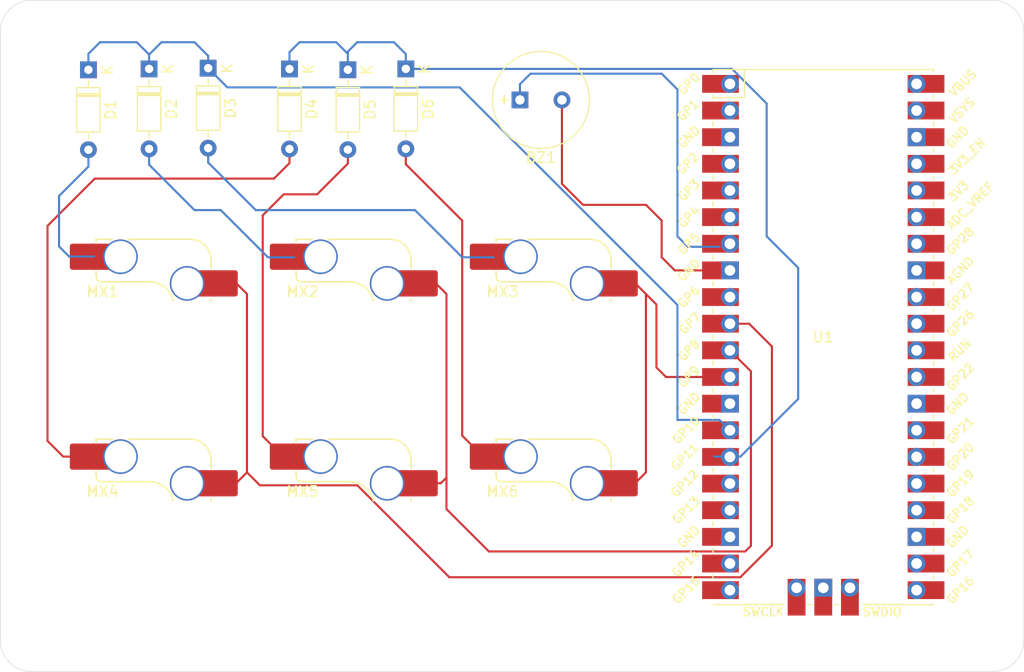
<source format=kicad_pcb>
(kicad_pcb (version 20240108) (generator "pcbnew") (generator_version "8.0")
  (layers (0 "F.Cu" signal) (31 "B.Cu" signal) (34 "B.Paste" user) (35 "F.Paste" user) (36 "B.SilkS" user "B.Silkscreen") (37 "F.SilkS" user "F.Silkscreen") (38 "B.Mask" user) (39 "F.Mask" user) (44 "Edge.Cuts" user))
  (net 0 "")
  (net 1 "AUDIO +")
  (net 2 "AUDIO GND")
  (net 3 "Net-(D1-A)")
  (net 4 "ROW0")
  (net 5 "Net-(D2-A)")
  (net 6 "Net-(D3-A)")
  (net 7 "Net-(D4-A)")
  (net 8 "Net-(D5-A)")
  (net 9 "Net-(D6-A)")
  (net 10 "COLUMN0")
  (net 11 "COLUMN1")
  (net 12 "COLUMN2")
  (net 13 "ROW1")
  (footprint "PCM_RPi_Pico-Official-1:RPi_Pico_SMD_TH" (layer "F.Cu") (at 171.39 93.6)
    (property "Reference" "U1" (at 0 0 0) (layer "F.SilkS"))
    (property "Value" "Pico")
    (fp_line (start -10.5 -25.5) (end -10.5 -25.2) (stroke (width 0.12)) (layer "F.SilkS"))
    (fp_line (start -10.5 -25.5) (end 10.5 -25.5) (stroke (width 0.12)) (layer "F.SilkS"))
    (fp_line (start -10.5 -23.1) (end -10.5 -22.7) (stroke (width 0.12)) (layer "F.SilkS"))
    (fp_line (start -10.5 -22.833) (end -7.493 -22.833) (stroke (width 0.12)) (layer "F.SilkS"))
    (fp_line (start -10.5 -20.5) (end -10.5 -20.1) (stroke (width 0.12)) (layer "F.SilkS"))
    (fp_line (start -10.5 -18) (end -10.5 -17.6) (stroke (width 0.12)) (layer "F.SilkS"))
    (fp_line (start -10.5 -15.4) (end -10.5 -15) (stroke (width 0.12)) (layer "F.SilkS"))
    (fp_line (start -10.5 -12.9) (end -10.5 -12.5) (stroke (width 0.12)) (layer "F.SilkS"))
    (fp_line (start -10.5 -10.4) (end -10.5 -10) (stroke (width 0.12)) (layer "F.SilkS"))
    (fp_line (start -10.5 -7.8) (end -10.5 -7.4) (stroke (width 0.12)) (layer "F.SilkS"))
    (fp_line (start -10.5 -5.3) (end -10.5 -4.9) (stroke (width 0.12)) (layer "F.SilkS"))
    (fp_line (start -10.5 -2.7) (end -10.5 -2.3) (stroke (width 0.12)) (layer "F.SilkS"))
    (fp_line (start -10.5 -0.2) (end -10.5 0.2) (stroke (width 0.12)) (layer "F.SilkS"))
    (fp_line (start -10.5 2.3) (end -10.5 2.7) (stroke (width 0.12)) (layer "F.SilkS"))
    (fp_line (start -10.5 4.9) (end -10.5 5.3) (stroke (width 0.12)) (layer "F.SilkS"))
    (fp_line (start -10.5 7.4) (end -10.5 7.8) (stroke (width 0.12)) (layer "F.SilkS"))
    (fp_line (start -10.5 10) (end -10.5 10.4) (stroke (width 0.12)) (layer "F.SilkS"))
    (fp_line (start -10.5 12.5) (end -10.5 12.9) (stroke (width 0.12)) (layer "F.SilkS"))
    (fp_line (start -10.5 15.1) (end -10.5 15.5) (stroke (width 0.12)) (layer "F.SilkS"))
    (fp_line (start -10.5 17.6) (end -10.5 18) (stroke (width 0.12)) (layer "F.SilkS"))
    (fp_line (start -10.5 20.1) (end -10.5 20.5) (stroke (width 0.12)) (layer "F.SilkS"))
    (fp_line (start -10.5 22.7) (end -10.5 23.1) (stroke (width 0.12)) (layer "F.SilkS"))
    (fp_line (start -7.493 -22.833) (end -7.493 -25.5) (stroke (width 0.12)) (layer "F.SilkS"))
    (fp_line (start -3.7 25.5) (end -10.5 25.5) (stroke (width 0.12)) (layer "F.SilkS"))
    (fp_line (start -1.5 25.5) (end -1.1 25.5) (stroke (width 0.12)) (layer "F.SilkS"))
    (fp_line (start 1.1 25.5) (end 1.5 25.5) (stroke (width 0.12)) (layer "F.SilkS"))
    (fp_line (start 10.5 -25.5) (end 10.5 -25.2) (stroke (width 0.12)) (layer "F.SilkS"))
    (fp_line (start 10.5 -23.1) (end 10.5 -22.7) (stroke (width 0.12)) (layer "F.SilkS"))
    (fp_line (start 10.5 -20.5) (end 10.5 -20.1) (stroke (width 0.12)) (layer "F.SilkS"))
    (fp_line (start 10.5 -18) (end 10.5 -17.6) (stroke (width 0.12)) (layer "F.SilkS"))
    (fp_line (start 10.5 -15.4) (end 10.5 -15) (stroke (width 0.12)) (layer "F.SilkS"))
    (fp_line (start 10.5 -12.9) (end 10.5 -12.5) (stroke (width 0.12)) (layer "F.SilkS"))
    (fp_line (start 10.5 -10.4) (end 10.5 -10) (stroke (width 0.12)) (layer "F.SilkS"))
    (fp_line (start 10.5 -7.8) (end 10.5 -7.4) (stroke (width 0.12)) (layer "F.SilkS"))
    (fp_line (start 10.5 -5.3) (end 10.5 -4.9) (stroke (width 0.12)) (layer "F.SilkS"))
    (fp_line (start 10.5 -2.7) (end 10.5 -2.3) (stroke (width 0.12)) (layer "F.SilkS"))
    (fp_line (start 10.5 -0.2) (end 10.5 0.2) (stroke (width 0.12)) (layer "F.SilkS"))
    (fp_line (start 10.5 2.3) (end 10.5 2.7) (stroke (width 0.12)) (layer "F.SilkS"))
    (fp_line (start 10.5 4.9) (end 10.5 5.3) (stroke (width 0.12)) (layer "F.SilkS"))
    (fp_line (start 10.5 7.4) (end 10.5 7.8) (stroke (width 0.12)) (layer "F.SilkS"))
    (fp_line (start 10.5 10) (end 10.5 10.4) (stroke (width 0.12)) (layer "F.SilkS"))
    (fp_line (start 10.5 12.5) (end 10.5 12.9) (stroke (width 0.12)) (layer "F.SilkS"))
    (fp_line (start 10.5 15.1) (end 10.5 15.5) (stroke (width 0.12)) (layer "F.SilkS"))
    (fp_line (start 10.5 17.6) (end 10.5 18) (stroke (width 0.12)) (layer "F.SilkS"))
    (fp_line (start 10.5 20.1) (end 10.5 20.5) (stroke (width 0.12)) (layer "F.SilkS"))
    (fp_line (start 10.5 22.7) (end 10.5 23.1) (stroke (width 0.12)) (layer "F.SilkS"))
    (fp_line (start 10.5 25.5) (end 3.7 25.5) (stroke (width 0.12)) (layer "F.SilkS"))
    (fp_text user "GP12" (at -13.2 13.97 45) (layer "F.SilkS") (effects (font (size 0.8 0.8))))
    (fp_text user "GP14" (at -13.1 21.59 45) (layer "F.SilkS") (effects (font (size 0.8 0.8))))
    (fp_text user "GP27" (at 13.054 -3.8 45) (layer "F.SilkS") (effects (font (size 0.8 0.8))))
    (fp_text user "GP7" (at -12.7 -1.3 45) (layer "F.SilkS") (effects (font (size 0.8 0.8))))
    (fp_text user "GP19" (at 13.054 13.97 45) (layer "F.SilkS") (effects (font (size 0.8 0.8))))
    (fp_text user "ADC_VREF" (at 14 -12.5 45) (layer "F.SilkS") (effects (font (size 0.8 0.8))))
    (fp_text user "3V3" (at 12.9 -13.9 45) (layer "F.SilkS") (effects (font (size 0.8 0.8))))
    (fp_text user "GP5" (at -12.8 -8.89 45) (layer "F.SilkS") (effects (font (size 0.8 0.8))))
    (fp_text user "GP9" (at -12.8 3.81 45) (layer "F.SilkS") (effects (font (size 0.8 0.8))))
    (fp_text user "VSYS" (at 13.2 -21.59 45) (layer "F.SilkS") (effects (font (size 0.8 0.8))))
    (fp_text user "GP13" (at -13.054 16.51 45) (layer "F.SilkS") (effects (font (size 0.8 0.8))))
    (fp_text user "GP8" (at -12.8 1.27 45) (layer "F.SilkS") (effects (font (size 0.8 0.8))))
    (fp_text user "GP3" (at -12.8 -13.97 45) (layer "F.SilkS") (effects (font (size 0.8 0.8))))
    (fp_text user "GP20" (at 13.054 11.43 45) (layer "F.SilkS") (effects (font (size 0.8 0.8))))
    (fp_text user "SWCLK" (at -5.7 26.2 0) (layer "F.SilkS") (effects (font (size 0.8 0.8))))
    (fp_text user "GND" (at 12.8 19.05 45) (layer "F.SilkS") (effects (font (size 0.8 0.8))))
    (fp_text user "GP28" (at 13.054 -9.144 45) (layer "F.SilkS") (effects (font (size 0.8 0.8))))
    (fp_text user "AGND" (at 13.054 -6.35 45) (layer "F.SilkS") (effects (font (size 0.8 0.8))))
    (fp_text user "GND" (at -12.8 -19.05 45) (layer "F.SilkS") (effects (font (size 0.8 0.8))))
    (fp_text user "GP16" (at 13.054 24.13 45) (layer "F.SilkS") (effects (font (size 0.8 0.8))))
    (fp_text user "GND" (at -12.8 -6.35 45) (layer "F.SilkS") (effects (font (size 0.8 0.8))))
    (fp_text user "GP26" (at 13.054 -1.27 45) (layer "F.SilkS") (effects (font (size 0.8 0.8))))
    (fp_text user "GP22" (at 13.054 3.81 45) (layer "F.SilkS") (effects (font (size 0.8 0.8))))
    (fp_text user "GP17" (at 13.054 21.59 45) (layer "F.SilkS") (effects (font (size 0.8 0.8))))
    (fp_text user "GND" (at -12.8 19.05 45) (layer "F.SilkS") (effects (font (size 0.8 0.8))))
    (fp_text user "SWDIO" (at 5.6 26.2 0) (layer "F.SilkS") (effects (font (size 0.8 0.8))))
    (fp_text user "GND" (at 12.8 6.35 45) (layer "F.SilkS") (effects (font (size 0.8 0.8))))
    (fp_text user "GP10" (at -13.054 8.89 45) (layer "F.SilkS") (effects (font (size 0.8 0.8))))
    (fp_text user "GND" (at -12.8 6.35 45) (layer "F.SilkS") (effects (font (size 0.8 0.8))))
    (fp_text user "GP1" (at -12.9 -21.6 45) (layer "F.SilkS") (effects (font (size 0.8 0.8))))
    (fp_text user "GND" (at 12.8 -19.05 45) (layer "F.SilkS") (effects (font (size 0.8 0.8))))
    (fp_text user "GP0" (at -12.8 -24.13 45) (layer "F.SilkS") (effects (font (size 0.8 0.8))))
    (fp_text user "GP15" (at -13.054 24.13 45) (layer "F.SilkS") (effects (font (size 0.8 0.8))))
    (fp_text user "GP4" (at -12.8 -11.43 45) (layer "F.SilkS") (effects (font (size 0.8 0.8))))
    (fp_text user "RUN" (at 13 1.27 45) (layer "F.SilkS") (effects (font (size 0.8 0.8))))
    (fp_text user "GP11" (at -13.2 11.43 45) (layer "F.SilkS") (effects (font (size 0.8 0.8))))
    (fp_text user "GP2" (at -12.9 -16.51 45) (layer "F.SilkS") (effects (font (size 0.8 0.8))))
    (fp_text user "GP18" (at 13.054 16.51 45) (layer "F.SilkS") (effects (font (size 0.8 0.8))))
    (fp_text user "GP6" (at -12.8 -3.81 45) (layer "F.SilkS") (effects (font (size 0.8 0.8))))
    (fp_text user "GP21" (at 13.054 8.9 45) (layer "F.SilkS") (effects (font (size 0.8 0.8))))
    (fp_text user "VBUS" (at 13.3 -24.2 45) (layer "F.SilkS") (effects (font (size 0.8 0.8))))
    (fp_text user "3V3_EN" (at 13.7 -17.2 45) (layer "F.SilkS") (effects (font (size 0.8 0.8))))
    (pad "" np_thru_hole oval (at -2.725 -24) (size 1.8 1.8) (drill 1.8) (layers "*.Cu" "*.Mask"))
    (pad "" np_thru_hole oval (at -2.425 -20.97) (size 1.5 1.5) (drill 1.5) (layers "*.Cu" "*.Mask"))
    (pad "" np_thru_hole oval (at 2.425 -20.97) (size 1.5 1.5) (drill 1.5) (layers "*.Cu" "*.Mask"))
    (pad "" np_thru_hole oval (at 2.725 -24) (size 1.8 1.8) (drill 1.8) (layers "*.Cu" "*.Mask"))
    (pad "1" thru_hole oval (at -8.89 -24.13) (size 1.7 1.7) (drill 1.02) (layers "*.Cu" "*.Mask"))
    (pad "1" smd rect (at -8.89 -24.13) (size 3.5 1.7) (drill (offset -0.9 0)) (layers "F.Cu" "F.Mask"))
    (pad "2" thru_hole oval (at -8.89 -21.59) (size 1.7 1.7) (drill 1.02) (layers "*.Cu" "*.Mask"))
    (pad "2" smd rect (at -8.89 -21.59) (size 3.5 1.7) (drill (offset -0.9 0)) (layers "F.Cu" "F.Mask"))
    (pad "3" thru_hole rect (at -8.89 -19.05) (size 1.7 1.7) (drill 1.02) (layers "*.Cu" "*.Mask"))
    (pad "3" smd rect (at -8.89 -19.05) (size 3.5 1.7) (drill (offset -0.9 0)) (layers "F.Cu" "F.Mask"))
    (pad "4" thru_hole oval (at -8.89 -16.51) (size 1.7 1.7) (drill 1.02) (layers "*.Cu" "*.Mask"))
    (pad "4" smd rect (at -8.89 -16.51) (size 3.5 1.7) (drill (offset -0.9 0)) (layers "F.Cu" "F.Mask"))
    (pad "5" thru_hole oval (at -8.89 -13.97) (size 1.7 1.7) (drill 1.02) (layers "*.Cu" "*.Mask"))
    (pad "5" smd rect (at -8.89 -13.97) (size 3.5 1.7) (drill (offset -0.9 0)) (layers "F.Cu" "F.Mask"))
    (pad "6" thru_hole oval (at -8.89 -11.43) (size 1.7 1.7) (drill 1.02) (layers "*.Cu" "*.Mask"))
    (pad "6" smd rect (at -8.89 -11.43) (size 3.5 1.7) (drill (offset -0.9 0)) (layers "F.Cu" "F.Mask"))
    (pad "7" thru_hole oval (at -8.89 -8.89) (size 1.7 1.7) (drill 1.02) (layers "*.Cu" "*.Mask") (net 1 "AUDIO +"))
    (pad "7" smd rect (at -8.89 -8.89) (size 3.5 1.7) (drill (offset -0.9 0)) (layers "F.Cu" "F.Mask") (net 1 "AUDIO +"))
    (pad "8" thru_hole rect (at -8.89 -6.35) (size 1.7 1.7) (drill 1.02) (layers "*.Cu" "*.Mask") (net 2 "AUDIO GND"))
    (pad "8" smd rect (at -8.89 -6.35) (size 3.5 1.7) (drill (offset -0.9 0)) (layers "F.Cu" "F.Mask") (net 2 "AUDIO GND"))
    (pad "9" thru_hole oval (at -8.89 -3.81) (size 1.7 1.7) (drill 1.02) (layers "*.Cu" "*.Mask"))
    (pad "9" smd rect (at -8.89 -3.81) (size 3.5 1.7) (drill (offset -0.9 0)) (layers "F.Cu" "F.Mask"))
    (pad "10" thru_hole oval (at -8.89 -1.27) (size 1.7 1.7) (drill 1.02) (layers "*.Cu" "*.Mask") (net 10 "COLUMN0"))
    (pad "10" smd rect (at -8.89 -1.27) (size 3.5 1.7) (drill (offset -0.9 0)) (layers "F.Cu" "F.Mask") (net 10 "COLUMN0"))
    (pad "11" thru_hole oval (at -8.89 1.27) (size 1.7 1.7) (drill 1.02) (layers "*.Cu" "*.Mask") (net 11 "COLUMN1"))
    (pad "11" smd rect (at -8.89 1.27) (size 3.5 1.7) (drill (offset -0.9 0)) (layers "F.Cu" "F.Mask") (net 11 "COLUMN1"))
    (pad "12" thru_hole oval (at -8.89 3.81) (size 1.7 1.7) (drill 1.02) (layers "*.Cu" "*.Mask") (net 12 "COLUMN2"))
    (pad "12" smd rect (at -8.89 3.81) (size 3.5 1.7) (drill (offset -0.9 0)) (layers "F.Cu" "F.Mask") (net 12 "COLUMN2"))
    (pad "13" thru_hole rect (at -8.89 6.35) (size 1.7 1.7) (drill 1.02) (layers "*.Cu" "*.Mask"))
    (pad "13" smd rect (at -8.89 6.35) (size 3.5 1.7) (drill (offset -0.9 0)) (layers "F.Cu" "F.Mask"))
    (pad "14" thru_hole oval (at -8.89 8.89) (size 1.7 1.7) (drill 1.02) (layers "*.Cu" "*.Mask") (net 4 "ROW0"))
    (pad "14" smd rect (at -8.89 8.89) (size 3.5 1.7) (drill (offset -0.9 0)) (layers "F.Cu" "F.Mask") (net 4 "ROW0"))
    (pad "15" thru_hole oval (at -8.89 11.43) (size 1.7 1.7) (drill 1.02) (layers "*.Cu" "*.Mask") (net 13 "ROW1"))
    (pad "15" smd rect (at -8.89 11.43) (size 3.5 1.7) (drill (offset -0.9 0)) (layers "F.Cu" "F.Mask") (net 13 "ROW1"))
    (pad "16" thru_hole oval (at -8.89 13.97) (size 1.7 1.7) (drill 1.02) (layers "*.Cu" "*.Mask"))
    (pad "16" smd rect (at -8.89 13.97) (size 3.5 1.7) (drill (offset -0.9 0)) (layers "F.Cu" "F.Mask"))
    (pad "17" thru_hole oval (at -8.89 16.51) (size 1.7 1.7) (drill 1.02) (layers "*.Cu" "*.Mask"))
    (pad "17" smd rect (at -8.89 16.51) (size 3.5 1.7) (drill (offset -0.9 0)) (layers "F.Cu" "F.Mask"))
    (pad "18" thru_hole rect (at -8.89 19.05) (size 1.7 1.7) (drill 1.02) (layers "*.Cu" "*.Mask"))
    (pad "18" smd rect (at -8.89 19.05) (size 3.5 1.7) (drill (offset -0.9 0)) (layers "F.Cu" "F.Mask"))
    (pad "19" thru_hole oval (at -8.89 21.59) (size 1.7 1.7) (drill 1.02) (layers "*.Cu" "*.Mask"))
    (pad "19" smd rect (at -8.89 21.59) (size 3.5 1.7) (drill (offset -0.9 0)) (layers "F.Cu" "F.Mask"))
    (pad "20" thru_hole oval (at -8.89 24.13) (size 1.7 1.7) (drill 1.02) (layers "*.Cu" "*.Mask"))
    (pad "20" smd rect (at -8.89 24.13) (size 3.5 1.7) (drill (offset -0.9 0)) (layers "F.Cu" "F.Mask"))
    (pad "21" thru_hole oval (at 8.89 24.13) (size 1.7 1.7) (drill 1.02) (layers "*.Cu" "*.Mask"))
    (pad "21" smd rect (at 8.89 24.13) (size 3.5 1.7) (drill (offset 0.9 0)) (layers "F.Cu" "F.Mask"))
    (pad "22" thru_hole oval (at 8.89 21.59) (size 1.7 1.7) (drill 1.02) (layers "*.Cu" "*.Mask"))
    (pad "22" smd rect (at 8.89 21.59) (size 3.5 1.7) (drill (offset 0.9 0)) (layers "F.Cu" "F.Mask"))
    (pad "23" thru_hole rect (at 8.89 19.05) (size 1.7 1.7) (drill 1.02) (layers "*.Cu" "*.Mask"))
    (pad "23" smd rect (at 8.89 19.05) (size 3.5 1.7) (drill (offset 0.9 0)) (layers "F.Cu" "F.Mask"))
    (pad "24" thru_hole oval (at 8.89 16.51) (size 1.7 1.7) (drill 1.02) (layers "*.Cu" "*.Mask"))
    (pad "24" smd rect (at 8.89 16.51) (size 3.5 1.7) (drill (offset 0.9 0)) (layers "F.Cu" "F.Mask"))
    (pad "25" thru_hole oval (at 8.89 13.97) (size 1.7 1.7) (drill 1.02) (layers "*.Cu" "*.Mask"))
    (pad "25" smd rect (at 8.89 13.97) (size 3.5 1.7) (drill (offset 0.9 0)) (layers "F.Cu" "F.Mask"))
    (pad "26" thru_hole oval (at 8.89 11.43) (size 1.7 1.7) (drill 1.02) (layers "*.Cu" "*.Mask"))
    (pad "26" smd rect (at 8.89 11.43) (size 3.5 1.7) (drill (offset 0.9 0)) (layers "F.Cu" "F.Mask"))
    (pad "27" thru_hole oval (at 8.89 8.89) (size 1.7 1.7) (drill 1.02) (layers "*.Cu" "*.Mask"))
    (pad "27" smd rect (at 8.89 8.89) (size 3.5 1.7) (drill (offset 0.9 0)) (layers "F.Cu" "F.Mask"))
    (pad "28" thru_hole rect (at 8.89 6.35) (size 1.7 1.7) (drill 1.02) (layers "*.Cu" "*.Mask"))
    (pad "28" smd rect (at 8.89 6.35) (size 3.5 1.7) (drill (offset 0.9 0)) (layers "F.Cu" "F.Mask"))
    (pad "29" thru_hole oval (at 8.89 3.81) (size 1.7 1.7) (drill 1.02) (layers "*.Cu" "*.Mask"))
    (pad "29" smd rect (at 8.89 3.81) (size 3.5 1.7) (drill (offset 0.9 0)) (layers "F.Cu" "F.Mask"))
    (pad "30" thru_hole oval (at 8.89 1.27) (size 1.7 1.7) (drill 1.02) (layers "*.Cu" "*.Mask"))
    (pad "30" smd rect (at 8.89 1.27) (size 3.5 1.7) (drill (offset 0.9 0)) (layers "F.Cu" "F.Mask"))
    (pad "31" thru_hole oval (at 8.89 -1.27) (size 1.7 1.7) (drill 1.02) (layers "*.Cu" "*.Mask"))
    (pad "31" smd rect (at 8.89 -1.27) (size 3.5 1.7) (drill (offset 0.9 0)) (layers "F.Cu" "F.Mask"))
    (pad "32" thru_hole oval (at 8.89 -3.81) (size 1.7 1.7) (drill 1.02) (layers "*.Cu" "*.Mask"))
    (pad "32" smd rect (at 8.89 -3.81) (size 3.5 1.7) (drill (offset 0.9 0)) (layers "F.Cu" "F.Mask"))
    (pad "33" thru_hole rect (at 8.89 -6.35) (size 1.7 1.7) (drill 1.02) (layers "*.Cu" "*.Mask"))
    (pad "33" smd rect (at 8.89 -6.35) (size 3.5 1.7) (drill (offset 0.9 0)) (layers "F.Cu" "F.Mask"))
    (pad "34" thru_hole oval (at 8.89 -8.89) (size 1.7 1.7) (drill 1.02) (layers "*.Cu" "*.Mask"))
    (pad "34" smd rect (at 8.89 -8.89) (size 3.5 1.7) (drill (offset 0.9 0)) (layers "F.Cu" "F.Mask"))
    (pad "35" thru_hole oval (at 8.89 -11.43) (size 1.7 1.7) (drill 1.02) (layers "*.Cu" "*.Mask"))
    (pad "35" smd rect (at 8.89 -11.43) (size 3.5 1.7) (drill (offset 0.9 0)) (layers "F.Cu" "F.Mask"))
    (pad "36" thru_hole oval (at 8.89 -13.97) (size 1.7 1.7) (drill 1.02) (layers "*.Cu" "*.Mask"))
    (pad "36" smd rect (at 8.89 -13.97) (size 3.5 1.7) (drill (offset 0.9 0)) (layers "F.Cu" "F.Mask"))
    (pad "37" thru_hole oval (at 8.89 -16.51) (size 1.7 1.7) (drill 1.02) (layers "*.Cu" "*.Mask"))
    (pad "37" smd rect (at 8.89 -16.51) (size 3.5 1.7) (drill (offset 0.9 0)) (layers "F.Cu" "F.Mask"))
    (pad "38" thru_hole rect (at 8.89 -19.05) (size 1.7 1.7) (drill 1.02) (layers "*.Cu" "*.Mask"))
    (pad "38" smd rect (at 8.89 -19.05) (size 3.5 1.7) (drill (offset 0.9 0)) (layers "F.Cu" "F.Mask"))
    (pad "39" thru_hole oval (at 8.89 -21.59) (size 1.7 1.7) (drill 1.02) (layers "*.Cu" "*.Mask"))
    (pad "39" smd rect (at 8.89 -21.59) (size 3.5 1.7) (drill (offset 0.9 0)) (layers "F.Cu" "F.Mask"))
    (pad "40" thru_hole oval (at 8.89 -24.13) (size 1.7 1.7) (drill 1.02) (layers "*.Cu" "*.Mask"))
    (pad "40" smd rect (at 8.89 -24.13) (size 3.5 1.7) (drill (offset 0.9 0)) (layers "F.Cu" "F.Mask"))
    (pad "41" thru_hole oval (at -2.54 23.9) (size 1.7 1.7) (drill 1.02) (layers "*.Cu" "*.Mask"))
    (pad "41" smd rect (at -2.54 23.9 90) (size 3.5 1.7) (drill (offset -0.9 0)) (layers "F.Cu" "F.Mask"))
    (pad "42" thru_hole rect (at 0 23.9) (size 1.7 1.7) (drill 1.02) (layers "*.Cu" "*.Mask"))
    (pad "42" smd rect (at 0 23.9 90) (size 3.5 1.7) (drill (offset -0.9 0)) (layers "F.Cu" "F.Mask"))
    (pad "43" thru_hole oval (at 2.54 23.9) (size 1.7 1.7) (drill 1.02) (layers "*.Cu" "*.Mask"))
    (pad "43" smd rect (at 2.54 23.9 90) (size 3.5 1.7) (drill (offset -0.9 0)) (layers "F.Cu" "F.Mask"))
  )
  (footprint "PCM_marbastlib-mx:SW_MX_HS_CPG151101S11_1u" (layer "F.Cu") (at 145.09 91.03)
    (property "Reference" "MX3" (at -4.25 -1.75 0) (layer "F.SilkS"))
    (property "Value" "Key_None")
    (fp_line (start -4.864824 -6.75022) (end -4.864824 -6.52022) (stroke (width 0.15)) (layer "F.SilkS"))
    (fp_line (start -4.864824 -3.67022) (end -4.864824 -3.20022) (stroke (width 0.15)) (layer "F.SilkS"))
    (fp_line (start -4.364824 -2.70022) (end 0.2 -2.70022) (stroke (width 0.15)) (layer "F.SilkS"))
    (fp_line (start -3.314824 -6.75022) (end -4.864824 -6.75022) (stroke (width 0.15)) (layer "F.SilkS"))
    (fp_line (start 4.085176 -6.75022) (end -1.814824 -6.75022) (stroke (width 0.15)) (layer "F.SilkS"))
    (fp_line (start 6.085176 -3.95022) (end 6.085176 -4.75022) (stroke (width 0.15)) (layer "F.SilkS"))
    (fp_line (start 6.085176 -1.10022) (end 6.085176 -0.86022) (stroke (width 0.15)) (layer "F.SilkS"))
    (fp_arc (start -4.364824 -2.70022) (mid -4.718377 -2.846667) (end -4.864824 -3.20022) (stroke (width 0.15)) (layer "F.SilkS"))
    (fp_arc (start 0.2 -2.70022) (mid 1.670693 -2.183637) (end 2.494322 -0.86022) (stroke (width 0.15)) (layer "F.SilkS"))
    (fp_arc (start 4.085176 -6.75022) (mid 5.499392 -6.164435) (end 6.085176 -4.75022) (stroke (width 0.15)) (layer "F.SilkS"))
    (pad "" np_thru_hole circle (at -5.08 0) (size 1.75 1.75) (drill 1.75) (layers "*.Cu" "*.Mask"))
    (pad "" np_thru_hole circle (at 0 0) (size 3.9878 3.9878) (drill 3.9878) (layers "*.Cu" "*.Mask"))
    (pad "" np_thru_hole circle (at 5.08 0) (size 1.75 1.75) (drill 1.75) (layers "*.Cu" "*.Mask"))
    (pad "1" thru_hole circle (at 3.81 -2.54) (size 3.3 3.3) (drill 3) (layers "*.Cu" "*.Mask") (net 12 "COLUMN2"))
    (pad "1" smd rect (at 5.635 -2.54 180) (size 1.65 2.5) (layers "F.Cu") (net 12 "COLUMN2"))
    (pad "1" smd roundrect (at 7.36 -2.54) (size 2.55 2.5) (layers "F.Cu" "F.Paste" "F.Mask") (roundrect_rratio 0.1) (net 12 "COLUMN2"))
    (pad "2" smd roundrect (at -6.09 -5.08) (size 2.55 2.5) (layers "F.Cu" "F.Paste" "F.Mask") (roundrect_rratio 0.1) (net 6 "Net-(D3-A)"))
    (pad "2" smd rect (at -4.34 -5.08) (size 1.65 2.5) (layers "F.Cu") (net 6 "Net-(D3-A)"))
    (pad "2" thru_hole circle (at -2.54 -5.08) (size 3.3 3.3) (drill 3) (layers "*.Cu" "*.Mask") (net 6 "Net-(D3-A)"))
  )
  (footprint "PCM_marbastlib-mx:SW_MX_HS_CPG151101S11_1u" (layer "F.Cu") (at 126.04 110.08)
    (property "Reference" "MX5" (at -4.25 -1.75 0) (layer "F.SilkS"))
    (property "Value" "Key_None")
    (fp_line (start -4.864824 -6.75022) (end -4.864824 -6.52022) (stroke (width 0.15)) (layer "F.SilkS"))
    (fp_line (start -4.864824 -3.67022) (end -4.864824 -3.20022) (stroke (width 0.15)) (layer "F.SilkS"))
    (fp_line (start -4.364824 -2.70022) (end 0.2 -2.70022) (stroke (width 0.15)) (layer "F.SilkS"))
    (fp_line (start -3.314824 -6.75022) (end -4.864824 -6.75022) (stroke (width 0.15)) (layer "F.SilkS"))
    (fp_line (start 4.085176 -6.75022) (end -1.814824 -6.75022) (stroke (width 0.15)) (layer "F.SilkS"))
    (fp_line (start 6.085176 -3.95022) (end 6.085176 -4.75022) (stroke (width 0.15)) (layer "F.SilkS"))
    (fp_line (start 6.085176 -1.10022) (end 6.085176 -0.86022) (stroke (width 0.15)) (layer "F.SilkS"))
    (fp_arc (start -4.364824 -2.70022) (mid -4.718377 -2.846667) (end -4.864824 -3.20022) (stroke (width 0.15)) (layer "F.SilkS"))
    (fp_arc (start 0.2 -2.70022) (mid 1.670693 -2.183637) (end 2.494322 -0.86022) (stroke (width 0.15)) (layer "F.SilkS"))
    (fp_arc (start 4.085176 -6.75022) (mid 5.499392 -6.164435) (end 6.085176 -4.75022) (stroke (width 0.15)) (layer "F.SilkS"))
    (pad "" np_thru_hole circle (at -5.08 0) (size 1.75 1.75) (drill 1.75) (layers "*.Cu" "*.Mask"))
    (pad "" np_thru_hole circle (at 0 0) (size 3.9878 3.9878) (drill 3.9878) (layers "*.Cu" "*.Mask"))
    (pad "" np_thru_hole circle (at 5.08 0) (size 1.75 1.75) (drill 1.75) (layers "*.Cu" "*.Mask"))
    (pad "1" thru_hole circle (at 3.81 -2.54) (size 3.3 3.3) (drill 3) (layers "*.Cu" "*.Mask") (net 11 "COLUMN1"))
    (pad "1" smd rect (at 5.635 -2.54 180) (size 1.65 2.5) (layers "F.Cu") (net 11 "COLUMN1"))
    (pad "1" smd roundrect (at 7.36 -2.54) (size 2.55 2.5) (layers "F.Cu" "F.Paste" "F.Mask") (roundrect_rratio 0.1) (net 11 "COLUMN1"))
    (pad "2" smd roundrect (at -6.09 -5.08) (size 2.55 2.5) (layers "F.Cu" "F.Paste" "F.Mask") (roundrect_rratio 0.1) (net 8 "Net-(D5-A)"))
    (pad "2" smd rect (at -4.34 -5.08) (size 1.65 2.5) (layers "F.Cu") (net 8 "Net-(D5-A)"))
    (pad "2" thru_hole circle (at -2.54 -5.08) (size 3.3 3.3) (drill 3) (layers "*.Cu" "*.Mask") (net 8 "Net-(D5-A)"))
  )
  (footprint "Diode_THT:D_DO-35_SOD27_P7.62mm_Horizontal" (layer "F.Cu") (at 131.627717 68.041919 -90)
    (property "Reference" "D6" (at 3.81 -2.12 -90) (layer "F.SilkS"))
    (property "Value" "D_Small")
    (fp_line (start 1.69 1.12) (end 5.93 1.12) (stroke (width 0.12)) (layer "F.SilkS"))
    (fp_line (start 5.93 1.12) (end 5.93 -1.12) (stroke (width 0.12)) (layer "F.SilkS"))
    (fp_line (start 1.04 0) (end 1.69 0) (stroke (width 0.12)) (layer "F.SilkS"))
    (fp_line (start 6.58 0) (end 5.93 0) (stroke (width 0.12)) (layer "F.SilkS"))
    (fp_line (start 1.69 -1.12) (end 1.69 1.12) (stroke (width 0.12)) (layer "F.SilkS"))
    (fp_line (start 2.29 -1.12) (end 2.29 1.12) (stroke (width 0.12)) (layer "F.SilkS"))
    (fp_line (start 2.41 -1.12) (end 2.41 1.12) (stroke (width 0.12)) (layer "F.SilkS"))
    (fp_line (start 2.53 -1.12) (end 2.53 1.12) (stroke (width 0.12)) (layer "F.SilkS"))
    (fp_line (start 5.93 -1.12) (end 1.69 -1.12) (stroke (width 0.12)) (layer "F.SilkS"))
    (fp_text user "K" (at 0 -1.8 -90) (layer "F.SilkS"))
    (pad "1" thru_hole rect (at 0 0 270) (size 1.6 1.6) (drill 0.8) (layers "*.Cu" "*.Mask") (net 13 "ROW1"))
    (pad "2" thru_hole oval (at 7.62 0 270) (size 1.6 1.6) (drill 0.8) (layers "*.Cu" "*.Mask") (net 9 "Net-(D6-A)"))
  )
  (footprint "Diode_THT:D_DO-35_SOD27_P7.62mm_Horizontal" (layer "F.Cu") (at 107.177989 68.04326 -90)
    (property "Reference" "D2" (at 3.81 -2.12 -90) (layer "F.SilkS"))
    (property "Value" "D_Small")
    (fp_line (start 1.69 1.12) (end 5.93 1.12) (stroke (width 0.12)) (layer "F.SilkS"))
    (fp_line (start 5.93 1.12) (end 5.93 -1.12) (stroke (width 0.12)) (layer "F.SilkS"))
    (fp_line (start 1.04 0) (end 1.69 0) (stroke (width 0.12)) (layer "F.SilkS"))
    (fp_line (start 6.58 0) (end 5.93 0) (stroke (width 0.12)) (layer "F.SilkS"))
    (fp_line (start 1.69 -1.12) (end 1.69 1.12) (stroke (width 0.12)) (layer "F.SilkS"))
    (fp_line (start 2.29 -1.12) (end 2.29 1.12) (stroke (width 0.12)) (layer "F.SilkS"))
    (fp_line (start 2.41 -1.12) (end 2.41 1.12) (stroke (width 0.12)) (layer "F.SilkS"))
    (fp_line (start 2.53 -1.12) (end 2.53 1.12) (stroke (width 0.12)) (layer "F.SilkS"))
    (fp_line (start 5.93 -1.12) (end 1.69 -1.12) (stroke (width 0.12)) (layer "F.SilkS"))
    (fp_text user "K" (at 0 -1.8 -90) (layer "F.SilkS"))
    (pad "1" thru_hole rect (at 0 0 270) (size 1.6 1.6) (drill 0.8) (layers "*.Cu" "*.Mask") (net 4 "ROW0"))
    (pad "2" thru_hole oval (at 7.62 0 270) (size 1.6 1.6) (drill 0.8) (layers "*.Cu" "*.Mask") (net 5 "Net-(D2-A)"))
  )
  (footprint "PCM_marbastlib-mx:SW_MX_HS_CPG151101S11_1u" (layer "F.Cu") (at 126.04 91.03)
    (property "Reference" "MX2" (at -4.25 -1.75 0) (layer "F.SilkS"))
    (property "Value" "Key_None")
    (fp_line (start -4.864824 -6.75022) (end -4.864824 -6.52022) (stroke (width 0.15)) (layer "F.SilkS"))
    (fp_line (start -4.864824 -3.67022) (end -4.864824 -3.20022) (stroke (width 0.15)) (layer "F.SilkS"))
    (fp_line (start -4.364824 -2.70022) (end 0.2 -2.70022) (stroke (width 0.15)) (layer "F.SilkS"))
    (fp_line (start -3.314824 -6.75022) (end -4.864824 -6.75022) (stroke (width 0.15)) (layer "F.SilkS"))
    (fp_line (start 4.085176 -6.75022) (end -1.814824 -6.75022) (stroke (width 0.15)) (layer "F.SilkS"))
    (fp_line (start 6.085176 -3.95022) (end 6.085176 -4.75022) (stroke (width 0.15)) (layer "F.SilkS"))
    (fp_line (start 6.085176 -1.10022) (end 6.085176 -0.86022) (stroke (width 0.15)) (layer "F.SilkS"))
    (fp_arc (start -4.364824 -2.70022) (mid -4.718377 -2.846667) (end -4.864824 -3.20022) (stroke (width 0.15)) (layer "F.SilkS"))
    (fp_arc (start 0.2 -2.70022) (mid 1.670693 -2.183637) (end 2.494322 -0.86022) (stroke (width 0.15)) (layer "F.SilkS"))
    (fp_arc (start 4.085176 -6.75022) (mid 5.499392 -6.164435) (end 6.085176 -4.75022) (stroke (width 0.15)) (layer "F.SilkS"))
    (pad "" np_thru_hole circle (at -5.08 0) (size 1.75 1.75) (drill 1.75) (layers "*.Cu" "*.Mask"))
    (pad "" np_thru_hole circle (at 0 0) (size 3.9878 3.9878) (drill 3.9878) (layers "*.Cu" "*.Mask"))
    (pad "" np_thru_hole circle (at 5.08 0) (size 1.75 1.75) (drill 1.75) (layers "*.Cu" "*.Mask"))
    (pad "1" thru_hole circle (at 3.81 -2.54) (size 3.3 3.3) (drill 3) (layers "*.Cu" "*.Mask") (net 11 "COLUMN1"))
    (pad "1" smd rect (at 5.635 -2.54 180) (size 1.65 2.5) (layers "F.Cu") (net 11 "COLUMN1"))
    (pad "1" smd roundrect (at 7.36 -2.54) (size 2.55 2.5) (layers "F.Cu" "F.Paste" "F.Mask") (roundrect_rratio 0.1) (net 11 "COLUMN1"))
    (pad "2" smd roundrect (at -6.09 -5.08) (size 2.55 2.5) (layers "F.Cu" "F.Paste" "F.Mask") (roundrect_rratio 0.1) (net 5 "Net-(D2-A)"))
    (pad "2" smd rect (at -4.34 -5.08) (size 1.65 2.5) (layers "F.Cu") (net 5 "Net-(D2-A)"))
    (pad "2" thru_hole circle (at -2.54 -5.08) (size 3.3 3.3) (drill 3) (layers "*.Cu" "*.Mask") (net 5 "Net-(D2-A)"))
  )
  (footprint "PCM_marbastlib-mx:SW_MX_HS_CPG151101S11_1u" (layer "F.Cu") (at 145.09 110.08)
    (property "Reference" "MX6" (at -4.25 -1.75 0) (layer "F.SilkS"))
    (property "Value" "Key_None")
    (fp_line (start -4.864824 -6.75022) (end -4.864824 -6.52022) (stroke (width 0.15)) (layer "F.SilkS"))
    (fp_line (start -4.864824 -3.67022) (end -4.864824 -3.20022) (stroke (width 0.15)) (layer "F.SilkS"))
    (fp_line (start -4.364824 -2.70022) (end 0.2 -2.70022) (stroke (width 0.15)) (layer "F.SilkS"))
    (fp_line (start -3.314824 -6.75022) (end -4.864824 -6.75022) (stroke (width 0.15)) (layer "F.SilkS"))
    (fp_line (start 4.085176 -6.75022) (end -1.814824 -6.75022) (stroke (width 0.15)) (layer "F.SilkS"))
    (fp_line (start 6.085176 -3.95022) (end 6.085176 -4.75022) (stroke (width 0.15)) (layer "F.SilkS"))
    (fp_line (start 6.085176 -1.10022) (end 6.085176 -0.86022) (stroke (width 0.15)) (layer "F.SilkS"))
    (fp_arc (start -4.364824 -2.70022) (mid -4.718377 -2.846667) (end -4.864824 -3.20022) (stroke (width 0.15)) (layer "F.SilkS"))
    (fp_arc (start 0.2 -2.70022) (mid 1.670693 -2.183637) (end 2.494322 -0.86022) (stroke (width 0.15)) (layer "F.SilkS"))
    (fp_arc (start 4.085176 -6.75022) (mid 5.499392 -6.164435) (end 6.085176 -4.75022) (stroke (width 0.15)) (layer "F.SilkS"))
    (pad "" np_thru_hole circle (at -5.08 0) (size 1.75 1.75) (drill 1.75) (layers "*.Cu" "*.Mask"))
    (pad "" np_thru_hole circle (at 0 0) (size 3.9878 3.9878) (drill 3.9878) (layers "*.Cu" "*.Mask"))
    (pad "" np_thru_hole circle (at 5.08 0) (size 1.75 1.75) (drill 1.75) (layers "*.Cu" "*.Mask"))
    (pad "1" thru_hole circle (at 3.81 -2.54) (size 3.3 3.3) (drill 3) (layers "*.Cu" "*.Mask") (net 12 "COLUMN2"))
    (pad "1" smd rect (at 5.635 -2.54 180) (size 1.65 2.5) (layers "F.Cu") (net 12 "COLUMN2"))
    (pad "1" smd roundrect (at 7.36 -2.54) (size 2.55 2.5) (layers "F.Cu" "F.Paste" "F.Mask") (roundrect_rratio 0.1) (net 12 "COLUMN2"))
    (pad "2" smd roundrect (at -6.09 -5.08) (size 2.55 2.5) (layers "F.Cu" "F.Paste" "F.Mask") (roundrect_rratio 0.1) (net 9 "Net-(D6-A)"))
    (pad "2" smd rect (at -4.34 -5.08) (size 1.65 2.5) (layers "F.Cu") (net 9 "Net-(D6-A)"))
    (pad "2" thru_hole circle (at -2.54 -5.08) (size 3.3 3.3) (drill 3) (layers "*.Cu" "*.Mask") (net 9 "Net-(D6-A)"))
  )
  (footprint "Diode_THT:D_DO-35_SOD27_P7.62mm_Horizontal" (layer "F.Cu") (at 101.397852 68.127686 -90)
    (property "Reference" "D1" (at 3.81 -2.12 90) (layer "F.SilkS"))
    (property "Value" "D_Small")
    (fp_line (start 1.69 1.12) (end 5.93 1.12) (stroke (width 0.12)) (layer "F.SilkS"))
    (fp_line (start 5.93 1.12) (end 5.93 -1.12) (stroke (width 0.12)) (layer "F.SilkS"))
    (fp_line (start 1.04 0) (end 1.69 0) (stroke (width 0.12)) (layer "F.SilkS"))
    (fp_line (start 6.58 0) (end 5.93 0) (stroke (width 0.12)) (layer "F.SilkS"))
    (fp_line (start 1.69 -1.12) (end 1.69 1.12) (stroke (width 0.12)) (layer "F.SilkS"))
    (fp_line (start 2.29 -1.12) (end 2.29 1.12) (stroke (width 0.12)) (layer "F.SilkS"))
    (fp_line (start 2.41 -1.12) (end 2.41 1.12) (stroke (width 0.12)) (layer "F.SilkS"))
    (fp_line (start 2.53 -1.12) (end 2.53 1.12) (stroke (width 0.12)) (layer "F.SilkS"))
    (fp_line (start 5.93 -1.12) (end 1.69 -1.12) (stroke (width 0.12)) (layer "F.SilkS"))
    (fp_text user "K" (at 0 -1.8 90) (layer "F.SilkS"))
    (pad "1" thru_hole rect (at 0 0 270) (size 1.6 1.6) (drill 0.8) (layers "*.Cu" "*.Mask") (net 4 "ROW0"))
    (pad "2" thru_hole oval (at 7.62 0 270) (size 1.6 1.6) (drill 0.8) (layers "*.Cu" "*.Mask") (net 3 "Net-(D1-A)"))
  )
  (footprint "PCM_marbastlib-mx:SW_MX_HS_CPG151101S11_1u" (layer "F.Cu") (at 106.99 91.03)
    (property "Reference" "MX1" (at -4.25 -1.75 0) (layer "F.SilkS"))
    (property "Value" "Key_None")
    (fp_line (start -4.864824 -6.75022) (end -4.864824 -6.52022) (stroke (width 0.15)) (layer "F.SilkS"))
    (fp_line (start -4.864824 -3.67022) (end -4.864824 -3.20022) (stroke (width 0.15)) (layer "F.SilkS"))
    (fp_line (start -4.364824 -2.70022) (end 0.2 -2.70022) (stroke (width 0.15)) (layer "F.SilkS"))
    (fp_line (start -3.314824 -6.75022) (end -4.864824 -6.75022) (stroke (width 0.15)) (layer "F.SilkS"))
    (fp_line (start 4.085176 -6.75022) (end -1.814824 -6.75022) (stroke (width 0.15)) (layer "F.SilkS"))
    (fp_line (start 6.085176 -3.95022) (end 6.085176 -4.75022) (stroke (width 0.15)) (layer "F.SilkS"))
    (fp_line (start 6.085176 -1.10022) (end 6.085176 -0.86022) (stroke (width 0.15)) (layer "F.SilkS"))
    (fp_arc (start -4.364824 -2.70022) (mid -4.718377 -2.846667) (end -4.864824 -3.20022) (stroke (width 0.15)) (layer "F.SilkS"))
    (fp_arc (start 0.2 -2.70022) (mid 1.670693 -2.183637) (end 2.494322 -0.86022) (stroke (width 0.15)) (layer "F.SilkS"))
    (fp_arc (start 4.085176 -6.75022) (mid 5.499392 -6.164435) (end 6.085176 -4.75022) (stroke (width 0.15)) (layer "F.SilkS"))
    (pad "" np_thru_hole circle (at -5.08 0) (size 1.75 1.75) (drill 1.75) (layers "*.Cu" "*.Mask"))
    (pad "" np_thru_hole circle (at 0 0) (size 3.9878 3.9878) (drill 3.9878) (layers "*.Cu" "*.Mask"))
    (pad "" np_thru_hole circle (at 5.08 0) (size 1.75 1.75) (drill 1.75) (layers "*.Cu" "*.Mask"))
    (pad "1" thru_hole circle (at 3.81 -2.54) (size 3.3 3.3) (drill 3) (layers "*.Cu" "*.Mask") (net 10 "COLUMN0"))
    (pad "1" smd rect (at 5.635 -2.54 180) (size 1.65 2.5) (layers "F.Cu") (net 10 "COLUMN0"))
    (pad "1" smd roundrect (at 7.36 -2.54) (size 2.55 2.5) (layers "F.Cu" "F.Paste" "F.Mask") (roundrect_rratio 0.1) (net 10 "COLUMN0"))
    (pad "2" smd roundrect (at -6.09 -5.08) (size 2.55 2.5) (layers "F.Cu" "F.Paste" "F.Mask") (roundrect_rratio 0.1) (net 3 "Net-(D1-A)"))
    (pad "2" smd rect (at -4.34 -5.08) (size 1.65 2.5) (layers "F.Cu") (net 3 "Net-(D1-A)"))
    (pad "2" thru_hole circle (at -2.54 -5.08) (size 3.3 3.3) (drill 3) (layers "*.Cu" "*.Mask") (net 3 "Net-(D1-A)"))
  )
  (footprint "Buzzer_Beeper:MagneticBuzzer_PUI_AT-0927-TT-6-R" (layer "F.Cu") (at 142.5 71)
    (property "Reference" "BZ1" (at 2 5.5 0) (layer "F.SilkS"))
    (property "Value" "Buzzer")
    (fp_circle (center 2 0) (end 6.62 0) (stroke (width 0.12)) (fill none) (layer "F.SilkS"))
    (fp_text user "+" (at -1.5 -0.1 0) (layer "F.SilkS"))
    (pad "1" thru_hole rect (at 0 0) (size 1.6 1.6) (drill 0.9) (layers "*.Cu" "*.Mask") (net 1 "AUDIO +"))
    (pad "2" thru_hole circle (at 4 0) (size 1.6 1.6) (drill 0.9) (layers "*.Cu" "*.Mask") (net 2 "AUDIO GND"))
  )
  (footprint "Diode_THT:D_DO-35_SOD27_P7.62mm_Horizontal" (layer "F.Cu") (at 112.804347 67.974646 -90)
    (property "Reference" "D3" (at 3.81 -2.12 -90) (layer "F.SilkS"))
    (property "Value" "D_Small")
    (fp_line (start 1.69 1.12) (end 5.93 1.12) (stroke (width 0.12)) (layer "F.SilkS"))
    (fp_line (start 5.93 1.12) (end 5.93 -1.12) (stroke (width 0.12)) (layer "F.SilkS"))
    (fp_line (start 1.04 0) (end 1.69 0) (stroke (width 0.12)) (layer "F.SilkS"))
    (fp_line (start 6.58 0) (end 5.93 0) (stroke (width 0.12)) (layer "F.SilkS"))
    (fp_line (start 1.69 -1.12) (end 1.69 1.12) (stroke (width 0.12)) (layer "F.SilkS"))
    (fp_line (start 2.29 -1.12) (end 2.29 1.12) (stroke (width 0.12)) (layer "F.SilkS"))
    (fp_line (start 2.41 -1.12) (end 2.41 1.12) (stroke (width 0.12)) (layer "F.SilkS"))
    (fp_line (start 2.53 -1.12) (end 2.53 1.12) (stroke (width 0.12)) (layer "F.SilkS"))
    (fp_line (start 5.93 -1.12) (end 1.69 -1.12) (stroke (width 0.12)) (layer "F.SilkS"))
    (fp_text user "K" (at 0 -1.8 -90) (layer "F.SilkS"))
    (pad "1" thru_hole rect (at 0 0 270) (size 1.6 1.6) (drill 0.8) (layers "*.Cu" "*.Mask") (net 4 "ROW0"))
    (pad "2" thru_hole oval (at 7.62 0 270) (size 1.6 1.6) (drill 0.8) (layers "*.Cu" "*.Mask") (net 6 "Net-(D3-A)"))
  )
  (footprint "Diode_THT:D_DO-35_SOD27_P7.62mm_Horizontal" (layer "F.Cu") (at 126.107336 68.122065 -90)
    (property "Reference" "D5" (at 3.81 -2.12 -90) (layer "F.SilkS"))
    (property "Value" "D_Small")
    (fp_line (start 1.69 1.12) (end 5.93 1.12) (stroke (width 0.12)) (layer "F.SilkS"))
    (fp_line (start 5.93 1.12) (end 5.93 -1.12) (stroke (width 0.12)) (layer "F.SilkS"))
    (fp_line (start 1.04 0) (end 1.69 0) (stroke (width 0.12)) (layer "F.SilkS"))
    (fp_line (start 6.58 0) (end 5.93 0) (stroke (width 0.12)) (layer "F.SilkS"))
    (fp_line (start 1.69 -1.12) (end 1.69 1.12) (stroke (width 0.12)) (layer "F.SilkS"))
    (fp_line (start 2.29 -1.12) (end 2.29 1.12) (stroke (width 0.12)) (layer "F.SilkS"))
    (fp_line (start 2.41 -1.12) (end 2.41 1.12) (stroke (width 0.12)) (layer "F.SilkS"))
    (fp_line (start 2.53 -1.12) (end 2.53 1.12) (stroke (width 0.12)) (layer "F.SilkS"))
    (fp_line (start 5.93 -1.12) (end 1.69 -1.12) (stroke (width 0.12)) (layer "F.SilkS"))
    (fp_text user "K" (at 0 -1.8 -90) (layer "F.SilkS"))
    (pad "1" thru_hole rect (at 0 0 270) (size 1.6 1.6) (drill 0.8) (layers "*.Cu" "*.Mask") (net 13 "ROW1"))
    (pad "2" thru_hole oval (at 7.62 0 270) (size 1.6 1.6) (drill 0.8) (layers "*.Cu" "*.Mask") (net 8 "Net-(D5-A)"))
  )
  (footprint "PCM_marbastlib-mx:SW_MX_HS_CPG151101S11_1u" (layer "F.Cu") (at 106.99 110.08)
    (property "Reference" "MX4" (at -4.25 -1.75 0) (layer "F.SilkS"))
    (property "Value" "Key_None")
    (fp_line (start -4.864824 -6.75022) (end -4.864824 -6.52022) (stroke (width 0.15)) (layer "F.SilkS"))
    (fp_line (start -4.864824 -3.67022) (end -4.864824 -3.20022) (stroke (width 0.15)) (layer "F.SilkS"))
    (fp_line (start -4.364824 -2.70022) (end 0.2 -2.70022) (stroke (width 0.15)) (layer "F.SilkS"))
    (fp_line (start -3.314824 -6.75022) (end -4.864824 -6.75022) (stroke (width 0.15)) (layer "F.SilkS"))
    (fp_line (start 4.085176 -6.75022) (end -1.814824 -6.75022) (stroke (width 0.15)) (layer "F.SilkS"))
    (fp_line (start 6.085176 -3.95022) (end 6.085176 -4.75022) (stroke (width 0.15)) (layer "F.SilkS"))
    (fp_line (start 6.085176 -1.10022) (end 6.085176 -0.86022) (stroke (width 0.15)) (layer "F.SilkS"))
    (fp_arc (start -4.364824 -2.70022) (mid -4.718377 -2.846667) (end -4.864824 -3.20022) (stroke (width 0.15)) (layer "F.SilkS"))
    (fp_arc (start 0.2 -2.70022) (mid 1.670693 -2.183637) (end 2.494322 -0.86022) (stroke (width 0.15)) (layer "F.SilkS"))
    (fp_arc (start 4.085176 -6.75022) (mid 5.499392 -6.164435) (end 6.085176 -4.75022) (stroke (width 0.15)) (layer "F.SilkS"))
    (pad "" np_thru_hole circle (at -5.08 0) (size 1.75 1.75) (drill 1.75) (layers "*.Cu" "*.Mask"))
    (pad "" np_thru_hole circle (at 0 0) (size 3.9878 3.9878) (drill 3.9878) (layers "*.Cu" "*.Mask"))
    (pad "" np_thru_hole circle (at 5.08 0) (size 1.75 1.75) (drill 1.75) (layers "*.Cu" "*.Mask"))
    (pad "1" thru_hole circle (at 3.81 -2.54) (size 3.3 3.3) (drill 3) (layers "*.Cu" "*.Mask") (net 10 "COLUMN0"))
    (pad "1" smd rect (at 5.635 -2.54 180) (size 1.65 2.5) (layers "F.Cu") (net 10 "COLUMN0"))
    (pad "1" smd roundrect (at 7.36 -2.54) (size 2.55 2.5) (layers "F.Cu" "F.Paste" "F.Mask") (roundrect_rratio 0.1) (net 10 "COLUMN0"))
    (pad "2" smd roundrect (at -6.09 -5.08) (size 2.55 2.5) (layers "F.Cu" "F.Paste" "F.Mask") (roundrect_rratio 0.1) (net 7 "Net-(D4-A)"))
    (pad "2" smd rect (at -4.34 -5.08) (size 1.65 2.5) (layers "F.Cu") (net 7 "Net-(D4-A)"))
    (pad "2" thru_hole circle (at -2.54 -5.08) (size 3.3 3.3) (drill 3) (layers "*.Cu" "*.Mask") (net 7 "Net-(D4-A)"))
  )
  (footprint "Diode_THT:D_DO-35_SOD27_P7.62mm_Horizontal" (layer "F.Cu") (at 120.549592 68.053451 -90)
    (property "Reference" "D4" (at 3.81 -2.12 -90) (layer "F.SilkS"))
    (property "Value" "D_Small")
    (fp_line (start 1.69 1.12) (end 5.93 1.12) (stroke (width 0.12)) (layer "F.SilkS"))
    (fp_line (start 5.93 1.12) (end 5.93 -1.12) (stroke (width 0.12)) (layer "F.SilkS"))
    (fp_line (start 1.04 0) (end 1.69 0) (stroke (width 0.12)) (layer "F.SilkS"))
    (fp_line (start 6.58 0) (end 5.93 0) (stroke (width 0.12)) (layer "F.SilkS"))
    (fp_line (start 1.69 -1.12) (end 1.69 1.12) (stroke (width 0.12)) (layer "F.SilkS"))
    (fp_line (start 2.29 -1.12) (end 2.29 1.12) (stroke (width 0.12)) (layer "F.SilkS"))
    (fp_line (start 2.41 -1.12) (end 2.41 1.12) (stroke (width 0.12)) (layer "F.SilkS"))
    (fp_line (start 2.53 -1.12) (end 2.53 1.12) (stroke (width 0.12)) (layer "F.SilkS"))
    (fp_line (start 5.93 -1.12) (end 1.69 -1.12) (stroke (width 0.12)) (layer "F.SilkS"))
    (fp_text user "K" (at 0 -1.8 -90) (layer "F.SilkS"))
    (pad "1" thru_hole rect (at 0 0 270) (size 1.6 1.6) (drill 0.8) (layers "*.Cu" "*.Mask") (net 13 "ROW1"))
    (pad "2" thru_hole oval (at 7.62 0 270) (size 1.6 1.6) (drill 0.8) (layers "*.Cu" "*.Mask") (net 7 "Net-(D4-A)"))
  )
  (gr_line (start 96 61.5) (end 187.5 61.5) (stroke (width 0.05)) (layer "Edge.Cuts"))
  (gr_arc (start 187.5 61.5) (mid 189.62132 62.37868) (end 190.5 64.5) (stroke (width 0.05)) (layer "Edge.Cuts"))
  (gr_line (start 190.5 64.5) (end 190.5 122.488069) (stroke (width 0.05)) (layer "Edge.Cuts"))
  (gr_arc (start 96 125.488069) (mid 93.878691 124.609387) (end 93 122.488069) (stroke (width 0.05)) (layer "Edge.Cuts"))
  (gr_line (start 187.5 125.488069) (end 96 125.488069) (stroke (width 0.05)) (layer "Edge.Cuts"))
  (gr_line (start 93 122.488069) (end 93 64.5) (stroke (width 0.05)) (layer "Edge.Cuts"))
  (gr_arc (start 190.5 122.488069) (mid 189.62132 124.609389) (end 187.5 125.488069) (stroke (width 0.05)) (layer "Edge.Cuts"))
  (gr_arc (start 93 64.5) (mid 93.87868 62.37868) (end 96 61.5) (stroke (width 0.05)) (layer "Edge.Cuts"))
  (segment (start 156 68.5) (end 157.5 70) (width 0.2) (layer "B.Cu") (net 1))
  (segment (start 143.5 68.5) (end 156 68.5) (width 0.2) (layer "B.Cu") (net 1))
  (segment (start 158.5 85) (end 161.5 85) (width 0.2) (layer "B.Cu") (net 1))
  (segment (start 157.5 84) (end 158.5 85) (width 0.2) (layer "B.Cu") (net 1))
  (segment (start 142.5 71) (end 142.5 69.5) (width 0.2) (layer "B.Cu") (net 1))
  (segment (start 142.5 69.5) (end 143.5 68.5) (width 0.2) (layer "B.Cu") (net 1))
  (segment (start 157.5 70) (end 157.5 84) (width 0.2) (layer "B.Cu") (net 1))
  (segment (start 157.25 87.25) (end 162.5 87.25) (width 0.2) (layer "F.Cu") (net 2))
  (segment (start 148.5 81) (end 154.5 81) (width 0.2) (layer "F.Cu") (net 2))
  (segment (start 146.5 71) (end 146.5 79) (width 0.2) (layer "F.Cu") (net 2))
  (segment (start 146.5 79) (end 148.5 81) (width 0.2) (layer "F.Cu") (net 2))
  (segment (start 154.5 81) (end 156 82.5) (width 0.2) (layer "F.Cu") (net 2))
  (segment (start 156 86) (end 157.25 87.25) (width 0.2) (layer "F.Cu") (net 2))
  (segment (start 156 82.5) (end 156 86) (width 0.2) (layer "F.Cu") (net 2))
  (segment (start 100.9 85.95) (end 102.65 85.95) (width 0.2) (layer "F.Cu") (net 3))
  (segment (start 100.9 76.245538) (end 101.397852 75.747686) (width 0.2) (layer "F.Cu") (net 3))
  (segment (start 99.55886 85.926657) (end 101.941295 85.926657) (width 0.2) (layer "B.Cu") (net 3))
  (segment (start 98.599268 84.967065) (end 99.55886 85.926657) (width 0.2) (layer "B.Cu") (net 3))
  (segment (start 101.327659 77.423404) (end 98.599268 80.151795) (width 0.2) (layer "B.Cu") (net 3))
  (segment (start 101.397852 75.747686) (end 101.397852 77.353211) (width 0.2) (layer "B.Cu") (net 3))
  (segment (start 98.599268 80.151795) (end 98.599268 84.967065) (width 0.2) (layer "B.Cu") (net 3))
  (segment (start 101.397852 77.353211) (end 101.327659 77.423404) (width 0.2) (layer "B.Cu") (net 3))
  (segment (start 114.634048 69.804347) (end 136.760693 69.804347) (width 0.2) (layer "B.Cu") (net 4))
  (segment (start 112.804347 67.974646) (end 114.634048 69.804347) (width 0.2) (layer "B.Cu") (net 4))
  (segment (start 112.804347 66.804347) (end 112.804347 67.974646) (width 0.2) (layer "B.Cu") (net 4))
  (segment (start 161.51 101.5) (end 162.5 102.49) (width 0.2) (layer "B.Cu") (net 4))
  (segment (start 107.177989 68.04326) (end 107.177989 66.677989) (width 0.2) (layer "B.Cu") (net 4))
  (segment (start 136.760693 69.804347) (end 157.5 90.543654) (width 0.2) (layer "B.Cu") (net 4))
  (segment (start 157.5 101.5) (end 161.51 101.5) (width 0.2) (layer "B.Cu") (net 4))
  (segment (start 101.397852 66.602148) (end 102.5 65.5) (width 0.2) (layer "B.Cu") (net 4))
  (segment (start 106 65.5) (end 107.177989 66.677989) (width 0.2) (layer "B.Cu") (net 4))
  (segment (start 111.5 65.5) (end 112.804347 66.804347) (width 0.2) (layer "B.Cu") (net 4))
  (segment (start 108.355978 65.5) (end 111.5 65.5) (width 0.2) (layer "B.Cu") (net 4))
  (segment (start 107.177989 66.677989) (end 108.355978 65.5) (width 0.2) (layer "B.Cu") (net 4))
  (segment (start 101.397852 68.127686) (end 101.397852 66.602148) (width 0.2) (layer "B.Cu") (net 4))
  (segment (start 157.5 90.543654) (end 157.5 101.5) (width 0.2) (layer "B.Cu") (net 4))
  (segment (start 102.5 65.5) (end 106 65.5) (width 0.2) (layer "B.Cu") (net 4))
  (segment (start 116.5 84) (end 118.5 86) (width 0.2) (layer "B.Cu") (net 5))
  (segment (start 118.5 86) (end 121 86) (width 0.2) (layer "B.Cu") (net 5))
  (segment (start 114 81.5) (end 116.5 84) (width 0.2) (layer "B.Cu") (net 5))
  (segment (start 111.5 81.5) (end 114 81.5) (width 0.2) (layer "B.Cu") (net 5))
  (segment (start 107.5 77.5) (end 111.5 81.5) (width 0.2) (layer "B.Cu") (net 5))
  (segment (start 107.177989 75.66326) (end 107.177989 77.177989) (width 0.2) (layer "B.Cu") (net 5))
  (segment (start 107.177989 77.177989) (end 107.5 77.5) (width 0.2) (layer "B.Cu") (net 5))
  (segment (start 117.334553 81.5) (end 132.5 81.5) (width 0.2) (layer "B.Cu") (net 6))
  (segment (start 112.804347 75.594646) (end 112.804347 76.969794) (width 0.2) (layer "B.Cu") (net 6))
  (segment (start 112.804347 76.969794) (end 117.334553 81.5) (width 0.2) (layer "B.Cu") (net 6))
  (segment (start 137 86) (end 140 86) (width 0.2) (layer "B.Cu") (net 6))
  (segment (start 132.5 81.5) (end 137 86) (width 0.2) (layer "B.Cu") (net 6))
  (segment (start 120.549592 77.020946) (end 119.070538 78.5) (width 0.2) (layer "F.Cu") (net 7))
  (segment (start 102 78.5) (end 97.5 83) (width 0.2) (layer "F.Cu") (net 7))
  (segment (start 120.549592 75.673451) (end 120.549592 77.020946) (width 0.2) (layer "F.Cu") (net 7))
  (segment (start 97.5 83) (end 97.5 103.5) (width 0.2) (layer "F.Cu") (net 7))
  (segment (start 99 105) (end 100.9 105) (width 0.2) (layer "F.Cu") (net 7))
  (segment (start 97.5 103.5) (end 99 105) (width 0.2) (layer "F.Cu") (net 7))
  (segment (start 119.070538 78.5) (end 102 78.5) (width 0.2) (layer "F.Cu") (net 7))
  (segment (start 118 82) (end 118 103.05) (width 0.2) (layer "F.Cu") (net 8))
  (segment (start 120 80) (end 118 82) (width 0.2) (layer "F.Cu") (net 8))
  (segment (start 126.107336 77.070961) (end 123.178297 80) (width 0.2) (layer "F.Cu") (net 8))
  (segment (start 126.107336 75.742065) (end 126.107336 77.070961) (width 0.2) (layer "F.Cu") (net 8))
  (segment (start 123.178297 80) (end 120 80) (width 0.2) (layer "F.Cu") (net 8))
  (segment (start 118 103.05) (end 119.95 105) (width 0.2) (layer "F.Cu") (net 8))
  (segment (start 137 103) (end 139 105) (width 0.2) (layer "F.Cu") (net 9))
  (segment (start 131.627717 77.127717) (end 137 82.5) (width 0.2) (layer "F.Cu") (net 9))
  (segment (start 137 82.5) (end 137 103) (width 0.2) (layer "F.Cu") (net 9))
  (segment (start 131.627717 75.661919) (end 131.627717 77.127717) (width 0.2) (layer "F.Cu") (net 9))
  (segment (start 116.5 106.5) (end 116.5 89.5) (width 0.2) (layer "F.Cu") (net 10))
  (segment (start 114.35 88.49) (end 114.49 88.49) (width 0.2) (layer "F.Cu") (net 10))
  (segment (start 115.46 107.54) (end 116.5 106.5) (width 0.2) (layer "F.Cu") (net 10))
  (segment (start 116.5 89.5) (end 115.49 88.49) (width 0.2) (layer "F.Cu") (net 10))
  (segment (start 116.5 106.5) (end 117.7361 107.7361) (width 0.2) (layer "F.Cu") (net 10))
  (segment (start 127.010875 107.7361) (end 135.774775 116.5) (width 0.2) (layer "F.Cu") (net 10))
  (segment (start 166.5 113.49) (end 166.5 94.5) (width 0.2) (layer "F.Cu") (net 10))
  (segment (start 135.774775 116.5) (end 163.49 116.5) (width 0.2) (layer "F.Cu") (net 10))
  (segment (start 117.7361 107.7361) (end 127.010875 107.7361) (width 0.2) (layer "F.Cu") (net 10))
  (segment (start 164.33 92.33) (end 162.5 92.33) (width 0.2) (layer "F.Cu") (net 10))
  (segment (start 114.35 107.54) (end 115.46 107.54) (width 0.2) (layer "F.Cu") (net 10))
  (segment (start 163.49 116.5) (end 166.5 113.49) (width 0.2) (layer "F.Cu") (net 10))
  (segment (start 166.5 94.5) (end 164.33 92.33) (width 0.2) (layer "F.Cu") (net 10))
  (segment (start 114.49 88.49) (end 115.5 89.5) (width 0.2) (layer "F.Cu") (net 10))
  (segment (start 115.49 88.49) (end 114.35 88.49) (width 0.2) (layer "F.Cu") (net 10))
  (segment (start 134.96 107.54) (end 133.4 107.54) (width 0.2) (layer "F.Cu") (net 11))
  (segment (start 164.5 96.87) (end 162.5 94.87) (width 0.2) (layer "F.Cu") (net 11))
  (segment (start 163.96 114.04) (end 164.5 113.5) (width 0.2) (layer "F.Cu") (net 11))
  (segment (start 164.5 113.5) (end 164.5 96.87) (width 0.2) (layer "F.Cu") (net 11))
  (segment (start 135.5 107) (end 135.5 110) (width 0.2) (layer "F.Cu") (net 11))
  (segment (start 135.5 89.5) (end 135.5 107) (width 0.2) (layer "F.Cu") (net 11))
  (segment (start 129.85 107.54) (end 133.4 107.54) (width 0.2) (layer "F.Cu") (net 11))
  (segment (start 133.4 88.49) (end 134.49 88.49) (width 0.2) (layer "F.Cu") (net 11))
  (segment (start 135.5 110) (end 139.54 114.04) (width 0.2) (layer "F.Cu") (net 11))
  (segment (start 134.49 88.49) (end 135.5 89.5) (width 0.2) (layer "F.Cu") (net 11))
  (segment (start 135.5 107) (end 134.96 107.54) (width 0.2) (layer "F.Cu") (net 11))
  (segment (start 139.54 114.04) (end 163.96 114.04) (width 0.2) (layer "F.Cu") (net 11))
  (segment (start 156.41 97.41) (end 162.5 97.41) (width 0.2) (layer "F.Cu") (net 12))
  (segment (start 152.45 88.49) (end 153.49 88.49) (width 0.2) (layer "F.Cu") (net 12))
  (segment (start 154.5 106.5) (end 153.46 107.54) (width 0.2) (layer "F.Cu") (net 12))
  (segment (start 154.5 89.5) (end 154.5 106.5) (width 0.2) (layer "F.Cu") (net 12))
  (segment (start 154.5 89.5) (end 155.5 90.5) (width 0.2) (layer "F.Cu") (net 12))
  (segment (start 155.5 96.5) (end 156.41 97.41) (width 0.2) (layer "F.Cu") (net 12))
  (segment (start 153.49 88.49) (end 154.5 89.5) (width 0.2) (layer "F.Cu") (net 12))
  (segment (start 153.46 107.54) (end 152.45 107.54) (width 0.2) (layer "F.Cu") (net 12))
  (segment (start 155.5 90.5) (end 155.5 96.5) (width 0.2) (layer "F.Cu") (net 12))
  (segment (start 121.5 65.5) (end 125 65.5) (width 0.2) (layer "B.Cu") (net 13))
  (segment (start 125 65.5) (end 126.107336 66.607336) (width 0.2) (layer "B.Cu") (net 13))
  (segment (start 131.627717 68.041919) (end 162.698265 68.041919) (width 0.2) (layer "B.Cu") (net 13))
  (segment (start 163.5 105) (end 161 105) (width 0.2) (layer "B.Cu") (net 13))
  (segment (start 169 87) (end 169 99.5) (width 0.2) (layer "B.Cu") (net 13))
  (segment (start 162.698265 68.041919) (end 166 71.343654) (width 0.2) (layer "B.Cu") (net 13))
  (segment (start 126.107336 66.392664) (end 127 65.5) (width 0.2) (layer "B.Cu") (net 13))
  (segment (start 131.627717 66.627717) (end 131.627717 68.041919) (width 0.2) (layer "B.Cu") (net 13))
  (segment (start 166 84) (end 169 87) (width 0.2) (layer "B.Cu") (net 13))
  (segment (start 127 65.5) (end 130.5 65.5) (width 0.2) (layer "B.Cu") (net 13))
  (segment (start 120.549592 68.053451) (end 120.549592 66.450408) (width 0.2) (layer "B.Cu") (net 13))
  (segment (start 166 71.343654) (end 166 84) (width 0.2) (layer "B.Cu") (net 13))
  (segment (start 126.107336 66.607336) (end 126.107336 68.122065) (width 0.2) (layer "B.Cu") (net 13))
  (segment (start 120.549592 66.450408) (end 121.5 65.5) (width 0.2) (layer "B.Cu") (net 13))
  (segment (start 169 99.5) (end 163.5 105) (width 0.2) (layer "B.Cu") (net 13))
  (segment (start 130.5 65.5) (end 131.627717 66.627717) (width 0.2) (layer "B.Cu") (net 13))
  (segment (start 126.107336 66.607336) (end 126.107336 66.392664) (width 0.2) (layer "B.Cu") (net 13))
)
</source>
